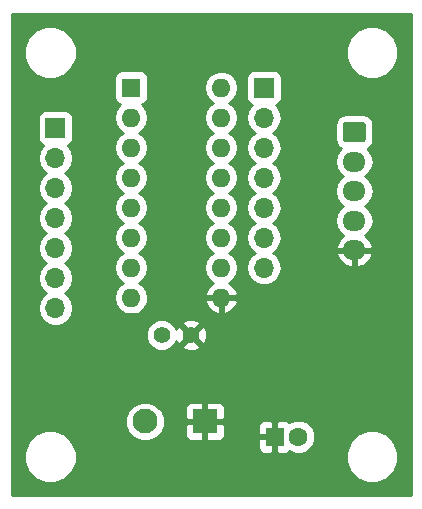
<source format=gbr>
G04 #@! TF.GenerationSoftware,KiCad,Pcbnew,5.0.1*
G04 #@! TF.CreationDate,2019-01-27T14:18:01-03:00*
G04 #@! TF.ProjectId,StepperDriver,537465707065724472697665722E6B69,1.0*
G04 #@! TF.SameCoordinates,Original*
G04 #@! TF.FileFunction,Copper,L1,Top,Signal*
G04 #@! TF.FilePolarity,Positive*
%FSLAX46Y46*%
G04 Gerber Fmt 4.6, Leading zero omitted, Abs format (unit mm)*
G04 Created by KiCad (PCBNEW 5.0.1) date Sun 27 Jan 2019 14:18:01 -03*
%MOMM*%
%LPD*%
G01*
G04 APERTURE LIST*
G04 #@! TA.AperFunction,ComponentPad*
%ADD10R,1.700000X1.700000*%
G04 #@! TD*
G04 #@! TA.AperFunction,ComponentPad*
%ADD11O,1.700000X1.700000*%
G04 #@! TD*
G04 #@! TA.AperFunction,ComponentPad*
%ADD12R,1.600000X1.600000*%
G04 #@! TD*
G04 #@! TA.AperFunction,ComponentPad*
%ADD13O,1.600000X1.600000*%
G04 #@! TD*
G04 #@! TA.AperFunction,ComponentPad*
%ADD14C,1.400000*%
G04 #@! TD*
G04 #@! TA.AperFunction,ComponentPad*
%ADD15R,2.100000X2.100000*%
G04 #@! TD*
G04 #@! TA.AperFunction,ComponentPad*
%ADD16C,2.100000*%
G04 #@! TD*
G04 #@! TA.AperFunction,Conductor*
%ADD17C,0.100000*%
G04 #@! TD*
G04 #@! TA.AperFunction,ComponentPad*
%ADD18C,1.700000*%
G04 #@! TD*
G04 #@! TA.AperFunction,ComponentPad*
%ADD19O,1.950000X1.700000*%
G04 #@! TD*
G04 #@! TA.AperFunction,ComponentPad*
%ADD20C,1.600000*%
G04 #@! TD*
G04 #@! TA.AperFunction,Conductor*
%ADD21C,0.254000*%
G04 #@! TD*
G04 APERTURE END LIST*
D10*
G04 #@! TO.P,J1,1*
G04 #@! TO.N,Net-(J1-Pad1)*
X134700000Y-91910000D03*
D11*
G04 #@! TO.P,J1,2*
G04 #@! TO.N,Net-(J1-Pad2)*
X134700000Y-94450000D03*
G04 #@! TO.P,J1,3*
G04 #@! TO.N,Net-(J1-Pad3)*
X134700000Y-96990000D03*
G04 #@! TO.P,J1,4*
G04 #@! TO.N,Net-(J1-Pad4)*
X134700000Y-99530000D03*
G04 #@! TO.P,J1,5*
G04 #@! TO.N,Net-(J1-Pad5)*
X134700000Y-102070000D03*
G04 #@! TO.P,J1,6*
G04 #@! TO.N,Net-(J1-Pad6)*
X134700000Y-104610000D03*
G04 #@! TO.P,J1,7*
G04 #@! TO.N,Net-(J1-Pad7)*
X134700000Y-107150000D03*
G04 #@! TD*
D12*
G04 #@! TO.P,U1,1*
G04 #@! TO.N,Net-(J1-Pad1)*
X141110000Y-88485000D03*
D13*
G04 #@! TO.P,U1,9*
G04 #@! TO.N,MOTOR_PWR*
X148730000Y-106265000D03*
G04 #@! TO.P,U1,2*
G04 #@! TO.N,Net-(J1-Pad2)*
X141110000Y-91025000D03*
G04 #@! TO.P,U1,10*
G04 #@! TO.N,Net-(J4-Pad7)*
X148730000Y-103725000D03*
G04 #@! TO.P,U1,3*
G04 #@! TO.N,Net-(J1-Pad3)*
X141110000Y-93565000D03*
G04 #@! TO.P,U1,11*
G04 #@! TO.N,Net-(J4-Pad6)*
X148730000Y-101185000D03*
G04 #@! TO.P,U1,4*
G04 #@! TO.N,Net-(J1-Pad4)*
X141110000Y-96105000D03*
G04 #@! TO.P,U1,12*
G04 #@! TO.N,Net-(J4-Pad5)*
X148730000Y-98645000D03*
G04 #@! TO.P,U1,5*
G04 #@! TO.N,Net-(J1-Pad5)*
X141110000Y-98645000D03*
G04 #@! TO.P,U1,13*
G04 #@! TO.N,Net-(J3-Pad4)*
X148730000Y-96105000D03*
G04 #@! TO.P,U1,6*
G04 #@! TO.N,Net-(J1-Pad6)*
X141110000Y-101185000D03*
G04 #@! TO.P,U1,14*
G04 #@! TO.N,Net-(J3-Pad3)*
X148730000Y-93565000D03*
G04 #@! TO.P,U1,7*
G04 #@! TO.N,Net-(J1-Pad7)*
X141110000Y-103725000D03*
G04 #@! TO.P,U1,15*
G04 #@! TO.N,Net-(J3-Pad2)*
X148730000Y-91025000D03*
G04 #@! TO.P,U1,8*
G04 #@! TO.N,GND*
X141110000Y-106265000D03*
G04 #@! TO.P,U1,16*
G04 #@! TO.N,Net-(J3-Pad1)*
X148730000Y-88485000D03*
G04 #@! TD*
D14*
G04 #@! TO.P,C2,1*
G04 #@! TO.N,MOTOR_PWR*
X146190000Y-109440000D03*
G04 #@! TO.P,C2,2*
G04 #@! TO.N,GND*
X143690000Y-109440000D03*
G04 #@! TD*
D11*
G04 #@! TO.P,J4,7*
G04 #@! TO.N,Net-(J4-Pad7)*
X152354000Y-103725000D03*
G04 #@! TO.P,J4,6*
G04 #@! TO.N,Net-(J4-Pad6)*
X152354000Y-101185000D03*
G04 #@! TO.P,J4,5*
G04 #@! TO.N,Net-(J4-Pad5)*
X152354000Y-98645000D03*
G04 #@! TO.P,J4,4*
G04 #@! TO.N,Net-(J3-Pad4)*
X152354000Y-96105000D03*
G04 #@! TO.P,J4,3*
G04 #@! TO.N,Net-(J3-Pad3)*
X152354000Y-93565000D03*
G04 #@! TO.P,J4,2*
G04 #@! TO.N,Net-(J3-Pad2)*
X152354000Y-91025000D03*
D10*
G04 #@! TO.P,J4,1*
G04 #@! TO.N,Net-(J3-Pad1)*
X152354000Y-88485000D03*
G04 #@! TD*
D15*
G04 #@! TO.P,J2,1*
G04 #@! TO.N,MOTOR_PWR*
X147360000Y-116760000D03*
D16*
G04 #@! TO.P,J2,2*
G04 #@! TO.N,GND*
X142280000Y-116760000D03*
G04 #@! TD*
D17*
G04 #@! TO.N,Net-(J3-Pad1)*
G04 #@! TO.C,J3*
G36*
X160749504Y-91401204D02*
X160773773Y-91404804D01*
X160797571Y-91410765D01*
X160820671Y-91419030D01*
X160842849Y-91429520D01*
X160863893Y-91442133D01*
X160883598Y-91456747D01*
X160901777Y-91473223D01*
X160918253Y-91491402D01*
X160932867Y-91511107D01*
X160945480Y-91532151D01*
X160955970Y-91554329D01*
X160964235Y-91577429D01*
X160970196Y-91601227D01*
X160973796Y-91625496D01*
X160975000Y-91650000D01*
X160975000Y-92850000D01*
X160973796Y-92874504D01*
X160970196Y-92898773D01*
X160964235Y-92922571D01*
X160955970Y-92945671D01*
X160945480Y-92967849D01*
X160932867Y-92988893D01*
X160918253Y-93008598D01*
X160901777Y-93026777D01*
X160883598Y-93043253D01*
X160863893Y-93057867D01*
X160842849Y-93070480D01*
X160820671Y-93080970D01*
X160797571Y-93089235D01*
X160773773Y-93095196D01*
X160749504Y-93098796D01*
X160725000Y-93100000D01*
X159275000Y-93100000D01*
X159250496Y-93098796D01*
X159226227Y-93095196D01*
X159202429Y-93089235D01*
X159179329Y-93080970D01*
X159157151Y-93070480D01*
X159136107Y-93057867D01*
X159116402Y-93043253D01*
X159098223Y-93026777D01*
X159081747Y-93008598D01*
X159067133Y-92988893D01*
X159054520Y-92967849D01*
X159044030Y-92945671D01*
X159035765Y-92922571D01*
X159029804Y-92898773D01*
X159026204Y-92874504D01*
X159025000Y-92850000D01*
X159025000Y-91650000D01*
X159026204Y-91625496D01*
X159029804Y-91601227D01*
X159035765Y-91577429D01*
X159044030Y-91554329D01*
X159054520Y-91532151D01*
X159067133Y-91511107D01*
X159081747Y-91491402D01*
X159098223Y-91473223D01*
X159116402Y-91456747D01*
X159136107Y-91442133D01*
X159157151Y-91429520D01*
X159179329Y-91419030D01*
X159202429Y-91410765D01*
X159226227Y-91404804D01*
X159250496Y-91401204D01*
X159275000Y-91400000D01*
X160725000Y-91400000D01*
X160749504Y-91401204D01*
X160749504Y-91401204D01*
G37*
D18*
G04 #@! TD*
G04 #@! TO.P,J3,1*
G04 #@! TO.N,Net-(J3-Pad1)*
X160000000Y-92250000D03*
D19*
G04 #@! TO.P,J3,2*
G04 #@! TO.N,Net-(J3-Pad2)*
X160000000Y-94750000D03*
G04 #@! TO.P,J3,3*
G04 #@! TO.N,Net-(J3-Pad3)*
X160000000Y-97250000D03*
G04 #@! TO.P,J3,4*
G04 #@! TO.N,Net-(J3-Pad4)*
X160000000Y-99750000D03*
G04 #@! TO.P,J3,5*
G04 #@! TO.N,MOTOR_PWR*
X160000000Y-102250000D03*
G04 #@! TD*
D12*
G04 #@! TO.P,C1,1*
G04 #@! TO.N,MOTOR_PWR*
X153250000Y-118050000D03*
D20*
G04 #@! TO.P,C1,2*
G04 #@! TO.N,GND*
X155250000Y-118050000D03*
G04 #@! TD*
D21*
G04 #@! TO.N,MOTOR_PWR*
G36*
X164765001Y-123015000D02*
X130985000Y-123015000D01*
X130985000Y-119305431D01*
X132015000Y-119305431D01*
X132015000Y-120194569D01*
X132355259Y-121016026D01*
X132983974Y-121644741D01*
X133805431Y-121985000D01*
X134694569Y-121985000D01*
X135516026Y-121644741D01*
X136144741Y-121016026D01*
X136485000Y-120194569D01*
X136485000Y-119305431D01*
X136144741Y-118483974D01*
X135516026Y-117855259D01*
X134694569Y-117515000D01*
X133805431Y-117515000D01*
X132983974Y-117855259D01*
X132355259Y-118483974D01*
X132015000Y-119305431D01*
X130985000Y-119305431D01*
X130985000Y-116424833D01*
X140595000Y-116424833D01*
X140595000Y-117095167D01*
X140851526Y-117714476D01*
X141325524Y-118188474D01*
X141944833Y-118445000D01*
X142615167Y-118445000D01*
X143234476Y-118188474D01*
X143708474Y-117714476D01*
X143965000Y-117095167D01*
X143965000Y-117045750D01*
X145675000Y-117045750D01*
X145675000Y-117936310D01*
X145771673Y-118169699D01*
X145950302Y-118348327D01*
X146183691Y-118445000D01*
X147074250Y-118445000D01*
X147233000Y-118286250D01*
X147233000Y-116887000D01*
X147487000Y-116887000D01*
X147487000Y-118286250D01*
X147645750Y-118445000D01*
X148536309Y-118445000D01*
X148769698Y-118348327D01*
X148782275Y-118335750D01*
X151815000Y-118335750D01*
X151815000Y-118976310D01*
X151911673Y-119209699D01*
X152090302Y-119388327D01*
X152323691Y-119485000D01*
X152964250Y-119485000D01*
X153123000Y-119326250D01*
X153123000Y-118177000D01*
X151973750Y-118177000D01*
X151815000Y-118335750D01*
X148782275Y-118335750D01*
X148948327Y-118169699D01*
X149045000Y-117936310D01*
X149045000Y-117123690D01*
X151815000Y-117123690D01*
X151815000Y-117764250D01*
X151973750Y-117923000D01*
X153123000Y-117923000D01*
X153123000Y-116773750D01*
X153377000Y-116773750D01*
X153377000Y-117923000D01*
X153397000Y-117923000D01*
X153397000Y-118177000D01*
X153377000Y-118177000D01*
X153377000Y-119326250D01*
X153535750Y-119485000D01*
X154176309Y-119485000D01*
X154409698Y-119388327D01*
X154503856Y-119294170D01*
X154964561Y-119485000D01*
X155535439Y-119485000D01*
X155968956Y-119305431D01*
X159265000Y-119305431D01*
X159265000Y-120194569D01*
X159605259Y-121016026D01*
X160233974Y-121644741D01*
X161055431Y-121985000D01*
X161944569Y-121985000D01*
X162766026Y-121644741D01*
X163394741Y-121016026D01*
X163735000Y-120194569D01*
X163735000Y-119305431D01*
X163394741Y-118483974D01*
X162766026Y-117855259D01*
X161944569Y-117515000D01*
X161055431Y-117515000D01*
X160233974Y-117855259D01*
X159605259Y-118483974D01*
X159265000Y-119305431D01*
X155968956Y-119305431D01*
X156062862Y-119266534D01*
X156466534Y-118862862D01*
X156685000Y-118335439D01*
X156685000Y-117764561D01*
X156466534Y-117237138D01*
X156062862Y-116833466D01*
X155535439Y-116615000D01*
X154964561Y-116615000D01*
X154503856Y-116805830D01*
X154409698Y-116711673D01*
X154176309Y-116615000D01*
X153535750Y-116615000D01*
X153377000Y-116773750D01*
X153123000Y-116773750D01*
X152964250Y-116615000D01*
X152323691Y-116615000D01*
X152090302Y-116711673D01*
X151911673Y-116890301D01*
X151815000Y-117123690D01*
X149045000Y-117123690D01*
X149045000Y-117045750D01*
X148886250Y-116887000D01*
X147487000Y-116887000D01*
X147233000Y-116887000D01*
X145833750Y-116887000D01*
X145675000Y-117045750D01*
X143965000Y-117045750D01*
X143965000Y-116424833D01*
X143708474Y-115805524D01*
X143486640Y-115583690D01*
X145675000Y-115583690D01*
X145675000Y-116474250D01*
X145833750Y-116633000D01*
X147233000Y-116633000D01*
X147233000Y-115233750D01*
X147487000Y-115233750D01*
X147487000Y-116633000D01*
X148886250Y-116633000D01*
X149045000Y-116474250D01*
X149045000Y-115583690D01*
X148948327Y-115350301D01*
X148769698Y-115171673D01*
X148536309Y-115075000D01*
X147645750Y-115075000D01*
X147487000Y-115233750D01*
X147233000Y-115233750D01*
X147074250Y-115075000D01*
X146183691Y-115075000D01*
X145950302Y-115171673D01*
X145771673Y-115350301D01*
X145675000Y-115583690D01*
X143486640Y-115583690D01*
X143234476Y-115331526D01*
X142615167Y-115075000D01*
X141944833Y-115075000D01*
X141325524Y-115331526D01*
X140851526Y-115805524D01*
X140595000Y-116424833D01*
X130985000Y-116424833D01*
X130985000Y-109174452D01*
X142355000Y-109174452D01*
X142355000Y-109705548D01*
X142558242Y-110196217D01*
X142933783Y-110571758D01*
X143424452Y-110775000D01*
X143955548Y-110775000D01*
X144446217Y-110571758D01*
X144642700Y-110375275D01*
X145434331Y-110375275D01*
X145496169Y-110611042D01*
X145997122Y-110787419D01*
X146527440Y-110758664D01*
X146883831Y-110611042D01*
X146945669Y-110375275D01*
X146190000Y-109619605D01*
X145434331Y-110375275D01*
X144642700Y-110375275D01*
X144821758Y-110196217D01*
X144933279Y-109926983D01*
X145018958Y-110133831D01*
X145254725Y-110195669D01*
X146010395Y-109440000D01*
X146369605Y-109440000D01*
X147125275Y-110195669D01*
X147361042Y-110133831D01*
X147537419Y-109632878D01*
X147508664Y-109102560D01*
X147361042Y-108746169D01*
X147125275Y-108684331D01*
X146369605Y-109440000D01*
X146010395Y-109440000D01*
X145254725Y-108684331D01*
X145018958Y-108746169D01*
X144940225Y-108969788D01*
X144821758Y-108683783D01*
X144642700Y-108504725D01*
X145434331Y-108504725D01*
X146190000Y-109260395D01*
X146945669Y-108504725D01*
X146883831Y-108268958D01*
X146382878Y-108092581D01*
X145852560Y-108121336D01*
X145496169Y-108268958D01*
X145434331Y-108504725D01*
X144642700Y-108504725D01*
X144446217Y-108308242D01*
X143955548Y-108105000D01*
X143424452Y-108105000D01*
X142933783Y-108308242D01*
X142558242Y-108683783D01*
X142355000Y-109174452D01*
X130985000Y-109174452D01*
X130985000Y-94450000D01*
X133185908Y-94450000D01*
X133301161Y-95029418D01*
X133629375Y-95520625D01*
X133927761Y-95720000D01*
X133629375Y-95919375D01*
X133301161Y-96410582D01*
X133185908Y-96990000D01*
X133301161Y-97569418D01*
X133629375Y-98060625D01*
X133927761Y-98260000D01*
X133629375Y-98459375D01*
X133301161Y-98950582D01*
X133185908Y-99530000D01*
X133301161Y-100109418D01*
X133629375Y-100600625D01*
X133927761Y-100800000D01*
X133629375Y-100999375D01*
X133301161Y-101490582D01*
X133185908Y-102070000D01*
X133301161Y-102649418D01*
X133629375Y-103140625D01*
X133927761Y-103340000D01*
X133629375Y-103539375D01*
X133301161Y-104030582D01*
X133185908Y-104610000D01*
X133301161Y-105189418D01*
X133629375Y-105680625D01*
X133927761Y-105880000D01*
X133629375Y-106079375D01*
X133301161Y-106570582D01*
X133185908Y-107150000D01*
X133301161Y-107729418D01*
X133629375Y-108220625D01*
X134120582Y-108548839D01*
X134553744Y-108635000D01*
X134846256Y-108635000D01*
X135279418Y-108548839D01*
X135770625Y-108220625D01*
X136098839Y-107729418D01*
X136214092Y-107150000D01*
X136098839Y-106570582D01*
X135770625Y-106079375D01*
X135472239Y-105880000D01*
X135770625Y-105680625D01*
X136098839Y-105189418D01*
X136214092Y-104610000D01*
X136098839Y-104030582D01*
X135770625Y-103539375D01*
X135472239Y-103340000D01*
X135770625Y-103140625D01*
X136098839Y-102649418D01*
X136214092Y-102070000D01*
X136098839Y-101490582D01*
X135770625Y-100999375D01*
X135472239Y-100800000D01*
X135770625Y-100600625D01*
X136098839Y-100109418D01*
X136214092Y-99530000D01*
X136098839Y-98950582D01*
X135770625Y-98459375D01*
X135472239Y-98260000D01*
X135770625Y-98060625D01*
X136098839Y-97569418D01*
X136214092Y-96990000D01*
X136098839Y-96410582D01*
X135770625Y-95919375D01*
X135472239Y-95720000D01*
X135770625Y-95520625D01*
X136098839Y-95029418D01*
X136214092Y-94450000D01*
X136098839Y-93870582D01*
X135770625Y-93379375D01*
X135752381Y-93367184D01*
X135797765Y-93358157D01*
X136007809Y-93217809D01*
X136148157Y-93007765D01*
X136197440Y-92760000D01*
X136197440Y-91060000D01*
X136190479Y-91025000D01*
X139646887Y-91025000D01*
X139758260Y-91584909D01*
X140075423Y-92059577D01*
X140427758Y-92295000D01*
X140075423Y-92530423D01*
X139758260Y-93005091D01*
X139646887Y-93565000D01*
X139758260Y-94124909D01*
X140075423Y-94599577D01*
X140427758Y-94835000D01*
X140075423Y-95070423D01*
X139758260Y-95545091D01*
X139646887Y-96105000D01*
X139758260Y-96664909D01*
X140075423Y-97139577D01*
X140427758Y-97375000D01*
X140075423Y-97610423D01*
X139758260Y-98085091D01*
X139646887Y-98645000D01*
X139758260Y-99204909D01*
X140075423Y-99679577D01*
X140427758Y-99915000D01*
X140075423Y-100150423D01*
X139758260Y-100625091D01*
X139646887Y-101185000D01*
X139758260Y-101744909D01*
X140075423Y-102219577D01*
X140427758Y-102455000D01*
X140075423Y-102690423D01*
X139758260Y-103165091D01*
X139646887Y-103725000D01*
X139758260Y-104284909D01*
X140075423Y-104759577D01*
X140427758Y-104995000D01*
X140075423Y-105230423D01*
X139758260Y-105705091D01*
X139646887Y-106265000D01*
X139758260Y-106824909D01*
X140075423Y-107299577D01*
X140550091Y-107616740D01*
X140968667Y-107700000D01*
X141251333Y-107700000D01*
X141669909Y-107616740D01*
X142144577Y-107299577D01*
X142461740Y-106824909D01*
X142503684Y-106614039D01*
X147338096Y-106614039D01*
X147498959Y-107002423D01*
X147874866Y-107417389D01*
X148380959Y-107656914D01*
X148603000Y-107535629D01*
X148603000Y-106392000D01*
X148857000Y-106392000D01*
X148857000Y-107535629D01*
X149079041Y-107656914D01*
X149585134Y-107417389D01*
X149961041Y-107002423D01*
X150121904Y-106614039D01*
X149999915Y-106392000D01*
X148857000Y-106392000D01*
X148603000Y-106392000D01*
X147460085Y-106392000D01*
X147338096Y-106614039D01*
X142503684Y-106614039D01*
X142573113Y-106265000D01*
X142461740Y-105705091D01*
X142144577Y-105230423D01*
X141792242Y-104995000D01*
X142144577Y-104759577D01*
X142461740Y-104284909D01*
X142573113Y-103725000D01*
X142461740Y-103165091D01*
X142144577Y-102690423D01*
X141792242Y-102455000D01*
X142144577Y-102219577D01*
X142461740Y-101744909D01*
X142573113Y-101185000D01*
X142461740Y-100625091D01*
X142144577Y-100150423D01*
X141792242Y-99915000D01*
X142144577Y-99679577D01*
X142461740Y-99204909D01*
X142573113Y-98645000D01*
X142461740Y-98085091D01*
X142144577Y-97610423D01*
X141792242Y-97375000D01*
X142144577Y-97139577D01*
X142461740Y-96664909D01*
X142573113Y-96105000D01*
X142461740Y-95545091D01*
X142144577Y-95070423D01*
X141792242Y-94835000D01*
X142144577Y-94599577D01*
X142461740Y-94124909D01*
X142573113Y-93565000D01*
X142461740Y-93005091D01*
X142144577Y-92530423D01*
X141792242Y-92295000D01*
X142144577Y-92059577D01*
X142461740Y-91584909D01*
X142573113Y-91025000D01*
X142461740Y-90465091D01*
X142144577Y-89990423D01*
X142023894Y-89909785D01*
X142157765Y-89883157D01*
X142367809Y-89742809D01*
X142508157Y-89532765D01*
X142557440Y-89285000D01*
X142557440Y-88485000D01*
X147266887Y-88485000D01*
X147378260Y-89044909D01*
X147695423Y-89519577D01*
X148047758Y-89755000D01*
X147695423Y-89990423D01*
X147378260Y-90465091D01*
X147266887Y-91025000D01*
X147378260Y-91584909D01*
X147695423Y-92059577D01*
X148047758Y-92295000D01*
X147695423Y-92530423D01*
X147378260Y-93005091D01*
X147266887Y-93565000D01*
X147378260Y-94124909D01*
X147695423Y-94599577D01*
X148047758Y-94835000D01*
X147695423Y-95070423D01*
X147378260Y-95545091D01*
X147266887Y-96105000D01*
X147378260Y-96664909D01*
X147695423Y-97139577D01*
X148047758Y-97375000D01*
X147695423Y-97610423D01*
X147378260Y-98085091D01*
X147266887Y-98645000D01*
X147378260Y-99204909D01*
X147695423Y-99679577D01*
X148047758Y-99915000D01*
X147695423Y-100150423D01*
X147378260Y-100625091D01*
X147266887Y-101185000D01*
X147378260Y-101744909D01*
X147695423Y-102219577D01*
X148047758Y-102455000D01*
X147695423Y-102690423D01*
X147378260Y-103165091D01*
X147266887Y-103725000D01*
X147378260Y-104284909D01*
X147695423Y-104759577D01*
X148079108Y-105015947D01*
X147874866Y-105112611D01*
X147498959Y-105527577D01*
X147338096Y-105915961D01*
X147460085Y-106138000D01*
X148603000Y-106138000D01*
X148603000Y-106118000D01*
X148857000Y-106118000D01*
X148857000Y-106138000D01*
X149999915Y-106138000D01*
X150121904Y-105915961D01*
X149961041Y-105527577D01*
X149585134Y-105112611D01*
X149380892Y-105015947D01*
X149764577Y-104759577D01*
X150081740Y-104284909D01*
X150193113Y-103725000D01*
X150081740Y-103165091D01*
X149764577Y-102690423D01*
X149412242Y-102455000D01*
X149764577Y-102219577D01*
X150081740Y-101744909D01*
X150193113Y-101185000D01*
X150081740Y-100625091D01*
X149764577Y-100150423D01*
X149412242Y-99915000D01*
X149764577Y-99679577D01*
X150081740Y-99204909D01*
X150193113Y-98645000D01*
X150081740Y-98085091D01*
X149764577Y-97610423D01*
X149412242Y-97375000D01*
X149764577Y-97139577D01*
X150081740Y-96664909D01*
X150193113Y-96105000D01*
X150081740Y-95545091D01*
X149764577Y-95070423D01*
X149412242Y-94835000D01*
X149764577Y-94599577D01*
X150081740Y-94124909D01*
X150193113Y-93565000D01*
X150081740Y-93005091D01*
X149764577Y-92530423D01*
X149412242Y-92295000D01*
X149764577Y-92059577D01*
X150081740Y-91584909D01*
X150193113Y-91025000D01*
X150839908Y-91025000D01*
X150955161Y-91604418D01*
X151283375Y-92095625D01*
X151581761Y-92295000D01*
X151283375Y-92494375D01*
X150955161Y-92985582D01*
X150839908Y-93565000D01*
X150955161Y-94144418D01*
X151283375Y-94635625D01*
X151581761Y-94835000D01*
X151283375Y-95034375D01*
X150955161Y-95525582D01*
X150839908Y-96105000D01*
X150955161Y-96684418D01*
X151283375Y-97175625D01*
X151581761Y-97375000D01*
X151283375Y-97574375D01*
X150955161Y-98065582D01*
X150839908Y-98645000D01*
X150955161Y-99224418D01*
X151283375Y-99715625D01*
X151581761Y-99915000D01*
X151283375Y-100114375D01*
X150955161Y-100605582D01*
X150839908Y-101185000D01*
X150955161Y-101764418D01*
X151283375Y-102255625D01*
X151581761Y-102455000D01*
X151283375Y-102654375D01*
X150955161Y-103145582D01*
X150839908Y-103725000D01*
X150955161Y-104304418D01*
X151283375Y-104795625D01*
X151774582Y-105123839D01*
X152207744Y-105210000D01*
X152500256Y-105210000D01*
X152933418Y-105123839D01*
X153424625Y-104795625D01*
X153752839Y-104304418D01*
X153868092Y-103725000D01*
X153752839Y-103145582D01*
X153424625Y-102654375D01*
X153353559Y-102606890D01*
X158433524Y-102606890D01*
X158672503Y-103121193D01*
X159097429Y-103515053D01*
X159640733Y-103716320D01*
X159873000Y-103576165D01*
X159873000Y-102377000D01*
X160127000Y-102377000D01*
X160127000Y-103576165D01*
X160359267Y-103716320D01*
X160902571Y-103515053D01*
X161327497Y-103121193D01*
X161566476Y-102606890D01*
X161445155Y-102377000D01*
X160127000Y-102377000D01*
X159873000Y-102377000D01*
X158554845Y-102377000D01*
X158433524Y-102606890D01*
X153353559Y-102606890D01*
X153126239Y-102455000D01*
X153424625Y-102255625D01*
X153752839Y-101764418D01*
X153868092Y-101185000D01*
X153752839Y-100605582D01*
X153424625Y-100114375D01*
X153126239Y-99915000D01*
X153424625Y-99715625D01*
X153752839Y-99224418D01*
X153868092Y-98645000D01*
X153752839Y-98065582D01*
X153424625Y-97574375D01*
X153126239Y-97375000D01*
X153424625Y-97175625D01*
X153752839Y-96684418D01*
X153868092Y-96105000D01*
X153752839Y-95525582D01*
X153424625Y-95034375D01*
X153126239Y-94835000D01*
X153253450Y-94750000D01*
X158360908Y-94750000D01*
X158476161Y-95329418D01*
X158804375Y-95820625D01*
X159072829Y-96000000D01*
X158804375Y-96179375D01*
X158476161Y-96670582D01*
X158360908Y-97250000D01*
X158476161Y-97829418D01*
X158804375Y-98320625D01*
X159072829Y-98500000D01*
X158804375Y-98679375D01*
X158476161Y-99170582D01*
X158360908Y-99750000D01*
X158476161Y-100329418D01*
X158804375Y-100820625D01*
X159077687Y-101003246D01*
X158672503Y-101378807D01*
X158433524Y-101893110D01*
X158554845Y-102123000D01*
X159873000Y-102123000D01*
X159873000Y-102103000D01*
X160127000Y-102103000D01*
X160127000Y-102123000D01*
X161445155Y-102123000D01*
X161566476Y-101893110D01*
X161327497Y-101378807D01*
X160922313Y-101003246D01*
X161195625Y-100820625D01*
X161523839Y-100329418D01*
X161639092Y-99750000D01*
X161523839Y-99170582D01*
X161195625Y-98679375D01*
X160927171Y-98500000D01*
X161195625Y-98320625D01*
X161523839Y-97829418D01*
X161639092Y-97250000D01*
X161523839Y-96670582D01*
X161195625Y-96179375D01*
X160927171Y-96000000D01*
X161195625Y-95820625D01*
X161523839Y-95329418D01*
X161639092Y-94750000D01*
X161523839Y-94170582D01*
X161195625Y-93679375D01*
X161131844Y-93636758D01*
X161359586Y-93484586D01*
X161554126Y-93193435D01*
X161622440Y-92850000D01*
X161622440Y-91650000D01*
X161554126Y-91306565D01*
X161359586Y-91015414D01*
X161068435Y-90820874D01*
X160725000Y-90752560D01*
X159275000Y-90752560D01*
X158931565Y-90820874D01*
X158640414Y-91015414D01*
X158445874Y-91306565D01*
X158377560Y-91650000D01*
X158377560Y-92850000D01*
X158445874Y-93193435D01*
X158640414Y-93484586D01*
X158868156Y-93636758D01*
X158804375Y-93679375D01*
X158476161Y-94170582D01*
X158360908Y-94750000D01*
X153253450Y-94750000D01*
X153424625Y-94635625D01*
X153752839Y-94144418D01*
X153868092Y-93565000D01*
X153752839Y-92985582D01*
X153424625Y-92494375D01*
X153126239Y-92295000D01*
X153424625Y-92095625D01*
X153752839Y-91604418D01*
X153868092Y-91025000D01*
X153752839Y-90445582D01*
X153424625Y-89954375D01*
X153406381Y-89942184D01*
X153451765Y-89933157D01*
X153661809Y-89792809D01*
X153802157Y-89582765D01*
X153851440Y-89335000D01*
X153851440Y-87635000D01*
X153802157Y-87387235D01*
X153661809Y-87177191D01*
X153451765Y-87036843D01*
X153204000Y-86987560D01*
X151504000Y-86987560D01*
X151256235Y-87036843D01*
X151046191Y-87177191D01*
X150905843Y-87387235D01*
X150856560Y-87635000D01*
X150856560Y-89335000D01*
X150905843Y-89582765D01*
X151046191Y-89792809D01*
X151256235Y-89933157D01*
X151301619Y-89942184D01*
X151283375Y-89954375D01*
X150955161Y-90445582D01*
X150839908Y-91025000D01*
X150193113Y-91025000D01*
X150081740Y-90465091D01*
X149764577Y-89990423D01*
X149412242Y-89755000D01*
X149764577Y-89519577D01*
X150081740Y-89044909D01*
X150193113Y-88485000D01*
X150081740Y-87925091D01*
X149764577Y-87450423D01*
X149289909Y-87133260D01*
X148871333Y-87050000D01*
X148588667Y-87050000D01*
X148170091Y-87133260D01*
X147695423Y-87450423D01*
X147378260Y-87925091D01*
X147266887Y-88485000D01*
X142557440Y-88485000D01*
X142557440Y-87685000D01*
X142508157Y-87437235D01*
X142367809Y-87227191D01*
X142157765Y-87086843D01*
X141910000Y-87037560D01*
X140310000Y-87037560D01*
X140062235Y-87086843D01*
X139852191Y-87227191D01*
X139711843Y-87437235D01*
X139662560Y-87685000D01*
X139662560Y-89285000D01*
X139711843Y-89532765D01*
X139852191Y-89742809D01*
X140062235Y-89883157D01*
X140196106Y-89909785D01*
X140075423Y-89990423D01*
X139758260Y-90465091D01*
X139646887Y-91025000D01*
X136190479Y-91025000D01*
X136148157Y-90812235D01*
X136007809Y-90602191D01*
X135797765Y-90461843D01*
X135550000Y-90412560D01*
X133850000Y-90412560D01*
X133602235Y-90461843D01*
X133392191Y-90602191D01*
X133251843Y-90812235D01*
X133202560Y-91060000D01*
X133202560Y-92760000D01*
X133251843Y-93007765D01*
X133392191Y-93217809D01*
X133602235Y-93358157D01*
X133647619Y-93367184D01*
X133629375Y-93379375D01*
X133301161Y-93870582D01*
X133185908Y-94450000D01*
X130985000Y-94450000D01*
X130985000Y-85055431D01*
X132015000Y-85055431D01*
X132015000Y-85944569D01*
X132355259Y-86766026D01*
X132983974Y-87394741D01*
X133805431Y-87735000D01*
X134694569Y-87735000D01*
X135516026Y-87394741D01*
X136144741Y-86766026D01*
X136485000Y-85944569D01*
X136485000Y-85055431D01*
X159265000Y-85055431D01*
X159265000Y-85944569D01*
X159605259Y-86766026D01*
X160233974Y-87394741D01*
X161055431Y-87735000D01*
X161944569Y-87735000D01*
X162766026Y-87394741D01*
X163394741Y-86766026D01*
X163735000Y-85944569D01*
X163735000Y-85055431D01*
X163394741Y-84233974D01*
X162766026Y-83605259D01*
X161944569Y-83265000D01*
X161055431Y-83265000D01*
X160233974Y-83605259D01*
X159605259Y-84233974D01*
X159265000Y-85055431D01*
X136485000Y-85055431D01*
X136144741Y-84233974D01*
X135516026Y-83605259D01*
X134694569Y-83265000D01*
X133805431Y-83265000D01*
X132983974Y-83605259D01*
X132355259Y-84233974D01*
X132015000Y-85055431D01*
X130985000Y-85055431D01*
X130985000Y-82235000D01*
X164765000Y-82235000D01*
X164765001Y-123015000D01*
X164765001Y-123015000D01*
G37*
X164765001Y-123015000D02*
X130985000Y-123015000D01*
X130985000Y-119305431D01*
X132015000Y-119305431D01*
X132015000Y-120194569D01*
X132355259Y-121016026D01*
X132983974Y-121644741D01*
X133805431Y-121985000D01*
X134694569Y-121985000D01*
X135516026Y-121644741D01*
X136144741Y-121016026D01*
X136485000Y-120194569D01*
X136485000Y-119305431D01*
X136144741Y-118483974D01*
X135516026Y-117855259D01*
X134694569Y-117515000D01*
X133805431Y-117515000D01*
X132983974Y-117855259D01*
X132355259Y-118483974D01*
X132015000Y-119305431D01*
X130985000Y-119305431D01*
X130985000Y-116424833D01*
X140595000Y-116424833D01*
X140595000Y-117095167D01*
X140851526Y-117714476D01*
X141325524Y-118188474D01*
X141944833Y-118445000D01*
X142615167Y-118445000D01*
X143234476Y-118188474D01*
X143708474Y-117714476D01*
X143965000Y-117095167D01*
X143965000Y-117045750D01*
X145675000Y-117045750D01*
X145675000Y-117936310D01*
X145771673Y-118169699D01*
X145950302Y-118348327D01*
X146183691Y-118445000D01*
X147074250Y-118445000D01*
X147233000Y-118286250D01*
X147233000Y-116887000D01*
X147487000Y-116887000D01*
X147487000Y-118286250D01*
X147645750Y-118445000D01*
X148536309Y-118445000D01*
X148769698Y-118348327D01*
X148782275Y-118335750D01*
X151815000Y-118335750D01*
X151815000Y-118976310D01*
X151911673Y-119209699D01*
X152090302Y-119388327D01*
X152323691Y-119485000D01*
X152964250Y-119485000D01*
X153123000Y-119326250D01*
X153123000Y-118177000D01*
X151973750Y-118177000D01*
X151815000Y-118335750D01*
X148782275Y-118335750D01*
X148948327Y-118169699D01*
X149045000Y-117936310D01*
X149045000Y-117123690D01*
X151815000Y-117123690D01*
X151815000Y-117764250D01*
X151973750Y-117923000D01*
X153123000Y-117923000D01*
X153123000Y-116773750D01*
X153377000Y-116773750D01*
X153377000Y-117923000D01*
X153397000Y-117923000D01*
X153397000Y-118177000D01*
X153377000Y-118177000D01*
X153377000Y-119326250D01*
X153535750Y-119485000D01*
X154176309Y-119485000D01*
X154409698Y-119388327D01*
X154503856Y-119294170D01*
X154964561Y-119485000D01*
X155535439Y-119485000D01*
X155968956Y-119305431D01*
X159265000Y-119305431D01*
X159265000Y-120194569D01*
X159605259Y-121016026D01*
X160233974Y-121644741D01*
X161055431Y-121985000D01*
X161944569Y-121985000D01*
X162766026Y-121644741D01*
X163394741Y-121016026D01*
X163735000Y-120194569D01*
X163735000Y-119305431D01*
X163394741Y-118483974D01*
X162766026Y-117855259D01*
X161944569Y-117515000D01*
X161055431Y-117515000D01*
X160233974Y-117855259D01*
X159605259Y-118483974D01*
X159265000Y-119305431D01*
X155968956Y-119305431D01*
X156062862Y-119266534D01*
X156466534Y-118862862D01*
X156685000Y-118335439D01*
X156685000Y-117764561D01*
X156466534Y-117237138D01*
X156062862Y-116833466D01*
X155535439Y-116615000D01*
X154964561Y-116615000D01*
X154503856Y-116805830D01*
X154409698Y-116711673D01*
X154176309Y-116615000D01*
X153535750Y-116615000D01*
X153377000Y-116773750D01*
X153123000Y-116773750D01*
X152964250Y-116615000D01*
X152323691Y-116615000D01*
X152090302Y-116711673D01*
X151911673Y-116890301D01*
X151815000Y-117123690D01*
X149045000Y-117123690D01*
X149045000Y-117045750D01*
X148886250Y-116887000D01*
X147487000Y-116887000D01*
X147233000Y-116887000D01*
X145833750Y-116887000D01*
X145675000Y-117045750D01*
X143965000Y-117045750D01*
X143965000Y-116424833D01*
X143708474Y-115805524D01*
X143486640Y-115583690D01*
X145675000Y-115583690D01*
X145675000Y-116474250D01*
X145833750Y-116633000D01*
X147233000Y-116633000D01*
X147233000Y-115233750D01*
X147487000Y-115233750D01*
X147487000Y-116633000D01*
X148886250Y-116633000D01*
X149045000Y-116474250D01*
X149045000Y-115583690D01*
X148948327Y-115350301D01*
X148769698Y-115171673D01*
X148536309Y-115075000D01*
X147645750Y-115075000D01*
X147487000Y-115233750D01*
X147233000Y-115233750D01*
X147074250Y-115075000D01*
X146183691Y-115075000D01*
X145950302Y-115171673D01*
X145771673Y-115350301D01*
X145675000Y-115583690D01*
X143486640Y-115583690D01*
X143234476Y-115331526D01*
X142615167Y-115075000D01*
X141944833Y-115075000D01*
X141325524Y-115331526D01*
X140851526Y-115805524D01*
X140595000Y-116424833D01*
X130985000Y-116424833D01*
X130985000Y-109174452D01*
X142355000Y-109174452D01*
X142355000Y-109705548D01*
X142558242Y-110196217D01*
X142933783Y-110571758D01*
X143424452Y-110775000D01*
X143955548Y-110775000D01*
X144446217Y-110571758D01*
X144642700Y-110375275D01*
X145434331Y-110375275D01*
X145496169Y-110611042D01*
X145997122Y-110787419D01*
X146527440Y-110758664D01*
X146883831Y-110611042D01*
X146945669Y-110375275D01*
X146190000Y-109619605D01*
X145434331Y-110375275D01*
X144642700Y-110375275D01*
X144821758Y-110196217D01*
X144933279Y-109926983D01*
X145018958Y-110133831D01*
X145254725Y-110195669D01*
X146010395Y-109440000D01*
X146369605Y-109440000D01*
X147125275Y-110195669D01*
X147361042Y-110133831D01*
X147537419Y-109632878D01*
X147508664Y-109102560D01*
X147361042Y-108746169D01*
X147125275Y-108684331D01*
X146369605Y-109440000D01*
X146010395Y-109440000D01*
X145254725Y-108684331D01*
X145018958Y-108746169D01*
X144940225Y-108969788D01*
X144821758Y-108683783D01*
X144642700Y-108504725D01*
X145434331Y-108504725D01*
X146190000Y-109260395D01*
X146945669Y-108504725D01*
X146883831Y-108268958D01*
X146382878Y-108092581D01*
X145852560Y-108121336D01*
X145496169Y-108268958D01*
X145434331Y-108504725D01*
X144642700Y-108504725D01*
X144446217Y-108308242D01*
X143955548Y-108105000D01*
X143424452Y-108105000D01*
X142933783Y-108308242D01*
X142558242Y-108683783D01*
X142355000Y-109174452D01*
X130985000Y-109174452D01*
X130985000Y-94450000D01*
X133185908Y-94450000D01*
X133301161Y-95029418D01*
X133629375Y-95520625D01*
X133927761Y-95720000D01*
X133629375Y-95919375D01*
X133301161Y-96410582D01*
X133185908Y-96990000D01*
X133301161Y-97569418D01*
X133629375Y-98060625D01*
X133927761Y-98260000D01*
X133629375Y-98459375D01*
X133301161Y-98950582D01*
X133185908Y-99530000D01*
X133301161Y-100109418D01*
X133629375Y-100600625D01*
X133927761Y-100800000D01*
X133629375Y-100999375D01*
X133301161Y-101490582D01*
X133185908Y-102070000D01*
X133301161Y-102649418D01*
X133629375Y-103140625D01*
X133927761Y-103340000D01*
X133629375Y-103539375D01*
X133301161Y-104030582D01*
X133185908Y-104610000D01*
X133301161Y-105189418D01*
X133629375Y-105680625D01*
X133927761Y-105880000D01*
X133629375Y-106079375D01*
X133301161Y-106570582D01*
X133185908Y-107150000D01*
X133301161Y-107729418D01*
X133629375Y-108220625D01*
X134120582Y-108548839D01*
X134553744Y-108635000D01*
X134846256Y-108635000D01*
X135279418Y-108548839D01*
X135770625Y-108220625D01*
X136098839Y-107729418D01*
X136214092Y-107150000D01*
X136098839Y-106570582D01*
X135770625Y-106079375D01*
X135472239Y-105880000D01*
X135770625Y-105680625D01*
X136098839Y-105189418D01*
X136214092Y-104610000D01*
X136098839Y-104030582D01*
X135770625Y-103539375D01*
X135472239Y-103340000D01*
X135770625Y-103140625D01*
X136098839Y-102649418D01*
X136214092Y-102070000D01*
X136098839Y-101490582D01*
X135770625Y-100999375D01*
X135472239Y-100800000D01*
X135770625Y-100600625D01*
X136098839Y-100109418D01*
X136214092Y-99530000D01*
X136098839Y-98950582D01*
X135770625Y-98459375D01*
X135472239Y-98260000D01*
X135770625Y-98060625D01*
X136098839Y-97569418D01*
X136214092Y-96990000D01*
X136098839Y-96410582D01*
X135770625Y-95919375D01*
X135472239Y-95720000D01*
X135770625Y-95520625D01*
X136098839Y-95029418D01*
X136214092Y-94450000D01*
X136098839Y-93870582D01*
X135770625Y-93379375D01*
X135752381Y-93367184D01*
X135797765Y-93358157D01*
X136007809Y-93217809D01*
X136148157Y-93007765D01*
X136197440Y-92760000D01*
X136197440Y-91060000D01*
X136190479Y-91025000D01*
X139646887Y-91025000D01*
X139758260Y-91584909D01*
X140075423Y-92059577D01*
X140427758Y-92295000D01*
X140075423Y-92530423D01*
X139758260Y-93005091D01*
X139646887Y-93565000D01*
X139758260Y-94124909D01*
X140075423Y-94599577D01*
X140427758Y-94835000D01*
X140075423Y-95070423D01*
X139758260Y-95545091D01*
X139646887Y-96105000D01*
X139758260Y-96664909D01*
X140075423Y-97139577D01*
X140427758Y-97375000D01*
X140075423Y-97610423D01*
X139758260Y-98085091D01*
X139646887Y-98645000D01*
X139758260Y-99204909D01*
X140075423Y-99679577D01*
X140427758Y-99915000D01*
X140075423Y-100150423D01*
X139758260Y-100625091D01*
X139646887Y-101185000D01*
X139758260Y-101744909D01*
X140075423Y-102219577D01*
X140427758Y-102455000D01*
X140075423Y-102690423D01*
X139758260Y-103165091D01*
X139646887Y-103725000D01*
X139758260Y-104284909D01*
X140075423Y-104759577D01*
X140427758Y-104995000D01*
X140075423Y-105230423D01*
X139758260Y-105705091D01*
X139646887Y-106265000D01*
X139758260Y-106824909D01*
X140075423Y-107299577D01*
X140550091Y-107616740D01*
X140968667Y-107700000D01*
X141251333Y-107700000D01*
X141669909Y-107616740D01*
X142144577Y-107299577D01*
X142461740Y-106824909D01*
X142503684Y-106614039D01*
X147338096Y-106614039D01*
X147498959Y-107002423D01*
X147874866Y-107417389D01*
X148380959Y-107656914D01*
X148603000Y-107535629D01*
X148603000Y-106392000D01*
X148857000Y-106392000D01*
X148857000Y-107535629D01*
X149079041Y-107656914D01*
X149585134Y-107417389D01*
X149961041Y-107002423D01*
X150121904Y-106614039D01*
X149999915Y-106392000D01*
X148857000Y-106392000D01*
X148603000Y-106392000D01*
X147460085Y-106392000D01*
X147338096Y-106614039D01*
X142503684Y-106614039D01*
X142573113Y-106265000D01*
X142461740Y-105705091D01*
X142144577Y-105230423D01*
X141792242Y-104995000D01*
X142144577Y-104759577D01*
X142461740Y-104284909D01*
X142573113Y-103725000D01*
X142461740Y-103165091D01*
X142144577Y-102690423D01*
X141792242Y-102455000D01*
X142144577Y-102219577D01*
X142461740Y-101744909D01*
X142573113Y-101185000D01*
X142461740Y-100625091D01*
X142144577Y-100150423D01*
X141792242Y-99915000D01*
X142144577Y-99679577D01*
X142461740Y-99204909D01*
X142573113Y-98645000D01*
X142461740Y-98085091D01*
X142144577Y-97610423D01*
X141792242Y-97375000D01*
X142144577Y-97139577D01*
X142461740Y-96664909D01*
X142573113Y-96105000D01*
X142461740Y-95545091D01*
X142144577Y-95070423D01*
X141792242Y-94835000D01*
X142144577Y-94599577D01*
X142461740Y-94124909D01*
X142573113Y-93565000D01*
X142461740Y-93005091D01*
X142144577Y-92530423D01*
X141792242Y-92295000D01*
X142144577Y-92059577D01*
X142461740Y-91584909D01*
X142573113Y-91025000D01*
X142461740Y-90465091D01*
X142144577Y-89990423D01*
X142023894Y-89909785D01*
X142157765Y-89883157D01*
X142367809Y-89742809D01*
X142508157Y-89532765D01*
X142557440Y-89285000D01*
X142557440Y-88485000D01*
X147266887Y-88485000D01*
X147378260Y-89044909D01*
X147695423Y-89519577D01*
X148047758Y-89755000D01*
X147695423Y-89990423D01*
X147378260Y-90465091D01*
X147266887Y-91025000D01*
X147378260Y-91584909D01*
X147695423Y-92059577D01*
X148047758Y-92295000D01*
X147695423Y-92530423D01*
X147378260Y-93005091D01*
X147266887Y-93565000D01*
X147378260Y-94124909D01*
X147695423Y-94599577D01*
X148047758Y-94835000D01*
X147695423Y-95070423D01*
X147378260Y-95545091D01*
X147266887Y-96105000D01*
X147378260Y-96664909D01*
X147695423Y-97139577D01*
X148047758Y-97375000D01*
X147695423Y-97610423D01*
X147378260Y-98085091D01*
X147266887Y-98645000D01*
X147378260Y-99204909D01*
X147695423Y-99679577D01*
X148047758Y-99915000D01*
X147695423Y-100150423D01*
X147378260Y-100625091D01*
X147266887Y-101185000D01*
X147378260Y-101744909D01*
X147695423Y-102219577D01*
X148047758Y-102455000D01*
X147695423Y-102690423D01*
X147378260Y-103165091D01*
X147266887Y-103725000D01*
X147378260Y-104284909D01*
X147695423Y-104759577D01*
X148079108Y-105015947D01*
X147874866Y-105112611D01*
X147498959Y-105527577D01*
X147338096Y-105915961D01*
X147460085Y-106138000D01*
X148603000Y-106138000D01*
X148603000Y-106118000D01*
X148857000Y-106118000D01*
X148857000Y-106138000D01*
X149999915Y-106138000D01*
X150121904Y-105915961D01*
X149961041Y-105527577D01*
X149585134Y-105112611D01*
X149380892Y-105015947D01*
X149764577Y-104759577D01*
X150081740Y-104284909D01*
X150193113Y-103725000D01*
X150081740Y-103165091D01*
X149764577Y-102690423D01*
X149412242Y-102455000D01*
X149764577Y-102219577D01*
X150081740Y-101744909D01*
X150193113Y-101185000D01*
X150081740Y-100625091D01*
X149764577Y-100150423D01*
X149412242Y-99915000D01*
X149764577Y-99679577D01*
X150081740Y-99204909D01*
X150193113Y-98645000D01*
X150081740Y-98085091D01*
X149764577Y-97610423D01*
X149412242Y-97375000D01*
X149764577Y-97139577D01*
X150081740Y-96664909D01*
X150193113Y-96105000D01*
X150081740Y-95545091D01*
X149764577Y-95070423D01*
X149412242Y-94835000D01*
X149764577Y-94599577D01*
X150081740Y-94124909D01*
X150193113Y-93565000D01*
X150081740Y-93005091D01*
X149764577Y-92530423D01*
X149412242Y-92295000D01*
X149764577Y-92059577D01*
X150081740Y-91584909D01*
X150193113Y-91025000D01*
X150839908Y-91025000D01*
X150955161Y-91604418D01*
X151283375Y-92095625D01*
X151581761Y-92295000D01*
X151283375Y-92494375D01*
X150955161Y-92985582D01*
X150839908Y-93565000D01*
X150955161Y-94144418D01*
X151283375Y-94635625D01*
X151581761Y-94835000D01*
X151283375Y-95034375D01*
X150955161Y-95525582D01*
X150839908Y-96105000D01*
X150955161Y-96684418D01*
X151283375Y-97175625D01*
X151581761Y-97375000D01*
X151283375Y-97574375D01*
X150955161Y-98065582D01*
X150839908Y-98645000D01*
X150955161Y-99224418D01*
X151283375Y-99715625D01*
X151581761Y-99915000D01*
X151283375Y-100114375D01*
X150955161Y-100605582D01*
X150839908Y-101185000D01*
X150955161Y-101764418D01*
X151283375Y-102255625D01*
X151581761Y-102455000D01*
X151283375Y-102654375D01*
X150955161Y-103145582D01*
X150839908Y-103725000D01*
X150955161Y-104304418D01*
X151283375Y-104795625D01*
X151774582Y-105123839D01*
X152207744Y-105210000D01*
X152500256Y-105210000D01*
X152933418Y-105123839D01*
X153424625Y-104795625D01*
X153752839Y-104304418D01*
X153868092Y-103725000D01*
X153752839Y-103145582D01*
X153424625Y-102654375D01*
X153353559Y-102606890D01*
X158433524Y-102606890D01*
X158672503Y-103121193D01*
X159097429Y-103515053D01*
X159640733Y-103716320D01*
X159873000Y-103576165D01*
X159873000Y-102377000D01*
X160127000Y-102377000D01*
X160127000Y-103576165D01*
X160359267Y-103716320D01*
X160902571Y-103515053D01*
X161327497Y-103121193D01*
X161566476Y-102606890D01*
X161445155Y-102377000D01*
X160127000Y-102377000D01*
X159873000Y-102377000D01*
X158554845Y-102377000D01*
X158433524Y-102606890D01*
X153353559Y-102606890D01*
X153126239Y-102455000D01*
X153424625Y-102255625D01*
X153752839Y-101764418D01*
X153868092Y-101185000D01*
X153752839Y-100605582D01*
X153424625Y-100114375D01*
X153126239Y-99915000D01*
X153424625Y-99715625D01*
X153752839Y-99224418D01*
X153868092Y-98645000D01*
X153752839Y-98065582D01*
X153424625Y-97574375D01*
X153126239Y-97375000D01*
X153424625Y-97175625D01*
X153752839Y-96684418D01*
X153868092Y-96105000D01*
X153752839Y-95525582D01*
X153424625Y-95034375D01*
X153126239Y-94835000D01*
X153253450Y-94750000D01*
X158360908Y-94750000D01*
X158476161Y-95329418D01*
X158804375Y-95820625D01*
X159072829Y-96000000D01*
X158804375Y-96179375D01*
X158476161Y-96670582D01*
X158360908Y-97250000D01*
X158476161Y-97829418D01*
X158804375Y-98320625D01*
X159072829Y-98500000D01*
X158804375Y-98679375D01*
X158476161Y-99170582D01*
X158360908Y-99750000D01*
X158476161Y-100329418D01*
X158804375Y-100820625D01*
X159077687Y-101003246D01*
X158672503Y-101378807D01*
X158433524Y-101893110D01*
X158554845Y-102123000D01*
X159873000Y-102123000D01*
X159873000Y-102103000D01*
X160127000Y-102103000D01*
X160127000Y-102123000D01*
X161445155Y-102123000D01*
X161566476Y-101893110D01*
X161327497Y-101378807D01*
X160922313Y-101003246D01*
X161195625Y-100820625D01*
X161523839Y-100329418D01*
X161639092Y-99750000D01*
X161523839Y-99170582D01*
X161195625Y-98679375D01*
X160927171Y-98500000D01*
X161195625Y-98320625D01*
X161523839Y-97829418D01*
X161639092Y-97250000D01*
X161523839Y-96670582D01*
X161195625Y-96179375D01*
X160927171Y-96000000D01*
X161195625Y-95820625D01*
X161523839Y-95329418D01*
X161639092Y-94750000D01*
X161523839Y-94170582D01*
X161195625Y-93679375D01*
X161131844Y-93636758D01*
X161359586Y-93484586D01*
X161554126Y-93193435D01*
X161622440Y-92850000D01*
X161622440Y-91650000D01*
X161554126Y-91306565D01*
X161359586Y-91015414D01*
X161068435Y-90820874D01*
X160725000Y-90752560D01*
X159275000Y-90752560D01*
X158931565Y-90820874D01*
X158640414Y-91015414D01*
X158445874Y-91306565D01*
X158377560Y-91650000D01*
X158377560Y-92850000D01*
X158445874Y-93193435D01*
X158640414Y-93484586D01*
X158868156Y-93636758D01*
X158804375Y-93679375D01*
X158476161Y-94170582D01*
X158360908Y-94750000D01*
X153253450Y-94750000D01*
X153424625Y-94635625D01*
X153752839Y-94144418D01*
X153868092Y-93565000D01*
X153752839Y-92985582D01*
X153424625Y-92494375D01*
X153126239Y-92295000D01*
X153424625Y-92095625D01*
X153752839Y-91604418D01*
X153868092Y-91025000D01*
X153752839Y-90445582D01*
X153424625Y-89954375D01*
X153406381Y-89942184D01*
X153451765Y-89933157D01*
X153661809Y-89792809D01*
X153802157Y-89582765D01*
X153851440Y-89335000D01*
X153851440Y-87635000D01*
X153802157Y-87387235D01*
X153661809Y-87177191D01*
X153451765Y-87036843D01*
X153204000Y-86987560D01*
X151504000Y-86987560D01*
X151256235Y-87036843D01*
X151046191Y-87177191D01*
X150905843Y-87387235D01*
X150856560Y-87635000D01*
X150856560Y-89335000D01*
X150905843Y-89582765D01*
X151046191Y-89792809D01*
X151256235Y-89933157D01*
X151301619Y-89942184D01*
X151283375Y-89954375D01*
X150955161Y-90445582D01*
X150839908Y-91025000D01*
X150193113Y-91025000D01*
X150081740Y-90465091D01*
X149764577Y-89990423D01*
X149412242Y-89755000D01*
X149764577Y-89519577D01*
X150081740Y-89044909D01*
X150193113Y-88485000D01*
X150081740Y-87925091D01*
X149764577Y-87450423D01*
X149289909Y-87133260D01*
X148871333Y-87050000D01*
X148588667Y-87050000D01*
X148170091Y-87133260D01*
X147695423Y-87450423D01*
X147378260Y-87925091D01*
X147266887Y-88485000D01*
X142557440Y-88485000D01*
X142557440Y-87685000D01*
X142508157Y-87437235D01*
X142367809Y-87227191D01*
X142157765Y-87086843D01*
X141910000Y-87037560D01*
X140310000Y-87037560D01*
X140062235Y-87086843D01*
X139852191Y-87227191D01*
X139711843Y-87437235D01*
X139662560Y-87685000D01*
X139662560Y-89285000D01*
X139711843Y-89532765D01*
X139852191Y-89742809D01*
X140062235Y-89883157D01*
X140196106Y-89909785D01*
X140075423Y-89990423D01*
X139758260Y-90465091D01*
X139646887Y-91025000D01*
X136190479Y-91025000D01*
X136148157Y-90812235D01*
X136007809Y-90602191D01*
X135797765Y-90461843D01*
X135550000Y-90412560D01*
X133850000Y-90412560D01*
X133602235Y-90461843D01*
X133392191Y-90602191D01*
X133251843Y-90812235D01*
X133202560Y-91060000D01*
X133202560Y-92760000D01*
X133251843Y-93007765D01*
X133392191Y-93217809D01*
X133602235Y-93358157D01*
X133647619Y-93367184D01*
X133629375Y-93379375D01*
X133301161Y-93870582D01*
X133185908Y-94450000D01*
X130985000Y-94450000D01*
X130985000Y-85055431D01*
X132015000Y-85055431D01*
X132015000Y-85944569D01*
X132355259Y-86766026D01*
X132983974Y-87394741D01*
X133805431Y-87735000D01*
X134694569Y-87735000D01*
X135516026Y-87394741D01*
X136144741Y-86766026D01*
X136485000Y-85944569D01*
X136485000Y-85055431D01*
X159265000Y-85055431D01*
X159265000Y-85944569D01*
X159605259Y-86766026D01*
X160233974Y-87394741D01*
X161055431Y-87735000D01*
X161944569Y-87735000D01*
X162766026Y-87394741D01*
X163394741Y-86766026D01*
X163735000Y-85944569D01*
X163735000Y-85055431D01*
X163394741Y-84233974D01*
X162766026Y-83605259D01*
X161944569Y-83265000D01*
X161055431Y-83265000D01*
X160233974Y-83605259D01*
X159605259Y-84233974D01*
X159265000Y-85055431D01*
X136485000Y-85055431D01*
X136144741Y-84233974D01*
X135516026Y-83605259D01*
X134694569Y-83265000D01*
X133805431Y-83265000D01*
X132983974Y-83605259D01*
X132355259Y-84233974D01*
X132015000Y-85055431D01*
X130985000Y-85055431D01*
X130985000Y-82235000D01*
X164765000Y-82235000D01*
X164765001Y-123015000D01*
G04 #@! TD*
M02*

</source>
